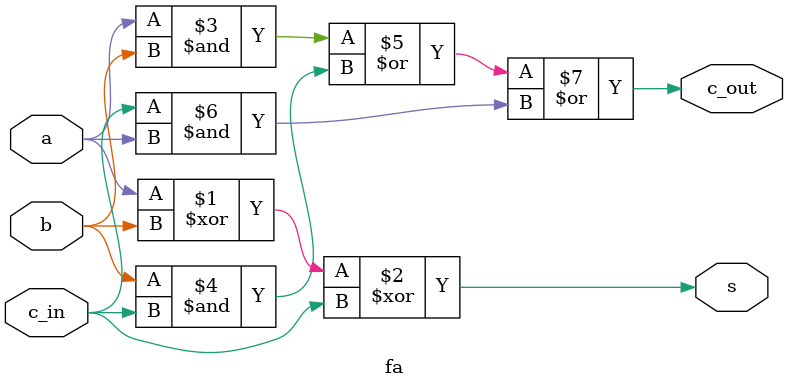
<source format=v>
module pfa#(parameter SIZE=16)(
    input [SIZE-1:0] a, b,
    input c_in,
    output [SIZE-1:0] s,
    output c_out
);
    wire [SIZE:0] c_in_vec;
    genvar i;

    assign c_in_vec[0] = c_in;
    assign c_out = c_in_vec[SIZE];

    generate
        for (i = 0; i < SIZE; i = i + 1) begin
            fa fa_inst (
                .a(a[i]),
                .b(b[i]),
                .c_in(c_in_vec[i]),
                .s(s[i]),
                .c_out(c_in_vec[i + 1])
            );
        end
    endgenerate
endmodule

// Full Adder Module
module fa(
    input a, b,
    input c_in,
    output s,
    output c_out
);
    assign s = a ^ b ^ c_in;
    assign c_out = (a & b) | (b & c_in) | (c_in & a);
endmodule

// output :
/*
# Time = 0 | a = 26952 | b = 4109 | cin = 0 | s = 31061 | cout = 0
# Time = 10 | a = 29907 | b = 31514 | cin = 1 | s = 61422 | cout = 0
# Time = 20 | a = 43202 | b = 21116 | cin = 1 | s = 64319 | cout = 0
# Time = 30 | a = 12075 | b = 26499 | cin = 1 | s = 38575 | cout = 0
# Time = 40 | a = 30048 | b = 57044 | cin = 1 | s = 21557 | cout = 1
# Time = 50 | a = 45689 | b = 63278 | cin = 1 | s = 43432 | cout = 1
# Time = 60 | a = 21850 | b = 30061 | cin = 1 | s = 51912 | cout = 0
# Time = 70 | a = 41065 | b = 8647 | cin = 0 | s = 49712 | cout = 0
# Time = 80 | a = 17538 | b = 60166 | cin = 1 | s = 12169 | cout = 1
# Time = 90 | a = 24534 | b = 11565 | cin = 1 | s = 36100 | cout = 0
# Time = 100 | a = 41838 | b = 15916 | cin = 0 | s = 57754 | cout = 0
# Time = 110 | a = 43632 | b = 3430 | cin = 1 | s = 47063 | cout = 0
# Time = 120 | a = 48520 | b = 170 | cin = 1 | s = 48691 | cout = 0
# Time = 130 | a = 28702 | b = 63722 | cin = 0 | s = 26888 | cout = 1
# Time = 140 | a = 20162 | b = 22599 | cin = 1 | s = 42762 | cout = 0
# Time = 150 | a = 43097 | b = 2308 | cin = 0 | s = 45405 | cout = 0
# Time = 160 | a = 39573 | b = 60711 | cin = 1 | s = 34749 | cout = 1
# Time = 170 | a = 37521 | b = 53940 | cin = 0 | s = 25925 | cout = 1
# Time = 180 | a = 38997 | b = 6454 | cin = 1 | s = 45452 | cout = 0
# Time = 190 | a = 30331 | b = 59562 | cin = 1 | s = 24358 | cout = 1
# ** Note: $finish    : pfa_tb.v(31)
#    Time: 400 ps  Iteration: 0  Instance: /pfa_tb
*/


</source>
